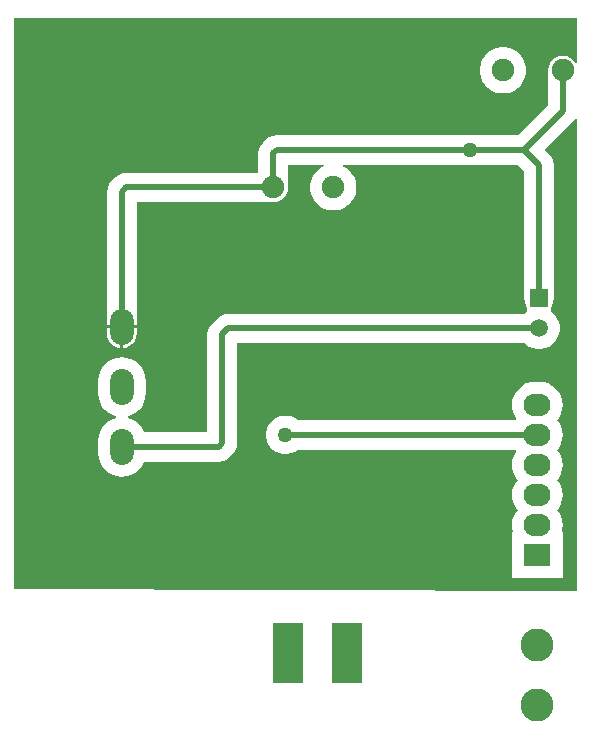
<source format=gbl>
G04*
G04 #@! TF.GenerationSoftware,Altium Limited,Altium Designer,21.0.9 (235)*
G04*
G04 Layer_Physical_Order=2*
G04 Layer_Color=16711680*
%FSTAX24Y24*%
%MOIN*%
G70*
G04*
G04 #@! TF.SameCoordinates,45A28FA0-0FE0-41DF-BFDA-37982D4B71EE*
G04*
G04*
G04 #@! TF.FilePolarity,Positive*
G04*
G01*
G75*
%ADD32C,0.0197*%
%ADD33R,0.1000X0.2000*%
%ADD34C,0.0750*%
%ADD35C,0.1100*%
%ADD36C,0.0591*%
%ADD37R,0.0591X0.0591*%
%ADD38O,0.0900X0.0750*%
%ADD39R,0.0900X0.0750*%
%ADD40O,0.0787X0.1200*%
%ADD41C,0.0500*%
G36*
X049528Y042619D02*
X049482Y0426D01*
X049478Y0426D01*
X049401Y042701D01*
X049298Y04278D01*
X049178Y042829D01*
X04905Y042846D01*
X048922Y042829D01*
X048802Y04278D01*
X048699Y042701D01*
X04862Y042598D01*
X048571Y042478D01*
X048554Y04235D01*
Y041206D01*
X047544Y040196D01*
X039515D01*
X039387Y040179D01*
X039267Y04013D01*
X039164Y040051D01*
X039049Y039936D01*
X03897Y039833D01*
X038921Y039713D01*
X038904Y039585D01*
Y038946D01*
X0345D01*
X034372Y038929D01*
X034252Y03888D01*
X034149Y038801D01*
X033999Y038651D01*
X03392Y038548D01*
X033871Y038428D01*
X033854Y0383D01*
Y034018D01*
X033852Y034006D01*
Y03385D01*
X03435D01*
X034848D01*
Y034006D01*
X034846Y034018D01*
Y037954D01*
X0394D01*
X039528Y037971D01*
X039648Y03802D01*
X039751Y038099D01*
X03983Y038202D01*
X039879Y038322D01*
X039896Y03845D01*
Y039204D01*
X04108D01*
X04109Y039154D01*
X041036Y039131D01*
X04091Y039047D01*
X040803Y03894D01*
X040719Y038814D01*
X040661Y038674D01*
X040631Y038526D01*
Y038374D01*
X040661Y038226D01*
X040719Y038086D01*
X040803Y03796D01*
X04091Y037853D01*
X041036Y037769D01*
X041176Y037711D01*
X041324Y037681D01*
X041476D01*
X041624Y037711D01*
X041764Y037769D01*
X04189Y037853D01*
X041997Y03796D01*
X042081Y038086D01*
X042139Y038226D01*
X042169Y038374D01*
Y038526D01*
X042139Y038674D01*
X042081Y038814D01*
X041997Y03894D01*
X04189Y039047D01*
X041764Y039131D01*
X04171Y039154D01*
X04172Y039204D01*
X047544D01*
X047754Y038994D01*
Y03475D01*
X047771Y034622D01*
X04782Y034502D01*
X047855Y034457D01*
Y034355D01*
X047855Y034355D01*
X047855D01*
X047844Y034307D01*
X047811Y034285D01*
X047772Y034246D01*
X0379D01*
X0379Y034246D01*
X037772Y034229D01*
X037652Y03418D01*
X037549Y034101D01*
X037349Y033901D01*
X03727Y033798D01*
X037221Y033678D01*
X037204Y03355D01*
Y030296D01*
X035085D01*
X035081Y030309D01*
X035008Y030446D01*
X034909Y030566D01*
X03479Y030664D01*
X034653Y030737D01*
X034549Y030769D01*
Y030821D01*
X034653Y030853D01*
X03479Y030926D01*
X034909Y031024D01*
X035008Y031144D01*
X035081Y031281D01*
X035126Y031429D01*
X035141Y031584D01*
Y031996D01*
X035126Y032151D01*
X035081Y032299D01*
X035008Y032436D01*
X034909Y032556D01*
X03479Y032654D01*
X034653Y032727D01*
X034504Y032772D01*
X03435Y032788D01*
X034196Y032772D01*
X034047Y032727D01*
X03391Y032654D01*
X033791Y032556D01*
X033692Y032436D01*
X033619Y032299D01*
X033574Y032151D01*
X033559Y031996D01*
Y031584D01*
X033574Y031429D01*
X033619Y031281D01*
X033692Y031144D01*
X033791Y031024D01*
X03391Y030926D01*
X034047Y030853D01*
X034151Y030821D01*
Y030769D01*
X034047Y030737D01*
X03391Y030664D01*
X033791Y030566D01*
X033692Y030446D01*
X033619Y030309D01*
X033574Y030161D01*
X033559Y030006D01*
Y029594D01*
X033574Y029439D01*
X033619Y029291D01*
X033692Y029154D01*
X033791Y029034D01*
X03391Y028936D01*
X034047Y028863D01*
X034196Y028818D01*
X03435Y028802D01*
X034504Y028818D01*
X034653Y028863D01*
X03479Y028936D01*
X034909Y029034D01*
X035008Y029154D01*
X035081Y029291D01*
X035085Y029304D01*
X037585D01*
X037713Y029321D01*
X037833Y02937D01*
X037936Y029449D01*
X038051Y029564D01*
X03813Y029667D01*
X038179Y029787D01*
X038196Y029915D01*
Y033254D01*
X047772D01*
X047811Y033215D01*
X047924Y033139D01*
X048049Y033087D01*
X048182Y033061D01*
X048318D01*
X048451Y033087D01*
X048576Y033139D01*
X048689Y033215D01*
X048785Y033311D01*
X048861Y033424D01*
X048913Y033549D01*
X048939Y033682D01*
Y033818D01*
X048913Y033951D01*
X048861Y034076D01*
X048785Y034189D01*
X048689Y034285D01*
X048657Y034307D01*
X048645Y034355D01*
X048645D01*
X048645Y034355D01*
Y034457D01*
X04868Y034502D01*
X048729Y034622D01*
X048746Y03475D01*
Y0392D01*
X048746Y0392D01*
X048729Y039328D01*
X04868Y039448D01*
X048601Y039551D01*
X048452Y0397D01*
X049401Y040649D01*
X049401Y040649D01*
X049478Y04075D01*
X049482Y04075D01*
X049528Y040731D01*
X049528Y025037D01*
X049493Y025001D01*
X04015Y025025D01*
X0308Y02505D01*
X030757D01*
Y044102D01*
X049528D01*
Y042619D01*
D02*
G37*
%LPC*%
G36*
X047126Y043119D02*
X046974D01*
X046826Y043089D01*
X046686Y043031D01*
X04656Y042947D01*
X046453Y04284D01*
X046369Y042714D01*
X046311Y042574D01*
X046281Y042426D01*
Y042274D01*
X046311Y042126D01*
X046369Y041986D01*
X046453Y04186D01*
X04656Y041753D01*
X046686Y041669D01*
X046826Y041611D01*
X046974Y041581D01*
X047126D01*
X047274Y041611D01*
X047414Y041669D01*
X04754Y041753D01*
X047647Y04186D01*
X047731Y041986D01*
X047789Y042126D01*
X047819Y042274D01*
Y042426D01*
X047789Y042574D01*
X047731Y042714D01*
X047647Y04284D01*
X04754Y042947D01*
X047414Y043031D01*
X047274Y043089D01*
X047126Y043119D01*
D02*
G37*
G36*
X034848Y03375D02*
X0344D01*
Y033102D01*
X034479Y033113D01*
X034599Y033162D01*
X034702Y033242D01*
X034781Y033345D01*
X034831Y033465D01*
X034848Y033594D01*
Y03375D01*
D02*
G37*
G36*
X0343D02*
X033852D01*
Y033594D01*
X033869Y033465D01*
X033919Y033345D01*
X033998Y033242D01*
X034101Y033162D01*
X034221Y033113D01*
X0343Y033102D01*
Y03375D01*
D02*
G37*
G36*
X048275Y031972D02*
X048125D01*
X047974Y031958D01*
X047829Y031914D01*
X047696Y031842D01*
X047579Y031746D01*
X047483Y031629D01*
X047411Y031496D01*
X047367Y031351D01*
X047353Y0312D01*
X047367Y031049D01*
X047411Y030904D01*
X047483Y030771D01*
X047503Y030746D01*
X047479Y030696D01*
X040214D01*
X04021Y0307D01*
X040105Y03077D01*
X039988Y030819D01*
X039863Y030844D01*
X039737D01*
X039612Y030819D01*
X039495Y03077D01*
X03939Y0307D01*
X0393Y03061D01*
X03923Y030505D01*
X039181Y030388D01*
X039156Y030263D01*
Y030137D01*
X039181Y030012D01*
X03923Y029895D01*
X0393Y02979D01*
X03939Y0297D01*
X039495Y02963D01*
X039612Y029581D01*
X039737Y029556D01*
X039863D01*
X039988Y029581D01*
X040105Y02963D01*
X04021Y0297D01*
X040214Y029704D01*
X047479D01*
X047503Y029654D01*
X047483Y029629D01*
X047411Y029496D01*
X047367Y029351D01*
X047353Y0292D01*
X047367Y029049D01*
X047411Y028904D01*
X047483Y028771D01*
X047541Y0287D01*
X047483Y028629D01*
X047411Y028496D01*
X047367Y028351D01*
X047353Y0282D01*
X047367Y028049D01*
X047411Y027904D01*
X047483Y027771D01*
X047541Y0277D01*
X047483Y027629D01*
X047411Y027496D01*
X047367Y027351D01*
X047353Y0272D01*
X047367Y027049D01*
X047382Y027003D01*
X047356Y026969D01*
X047356D01*
Y025431D01*
X049044D01*
Y026969D01*
X049044D01*
X049018Y027003D01*
X049033Y027049D01*
X049047Y0272D01*
X049033Y027351D01*
X048989Y027496D01*
X048917Y027629D01*
X048859Y0277D01*
X048917Y027771D01*
X048989Y027904D01*
X049033Y028049D01*
X049047Y0282D01*
X049033Y028351D01*
X048989Y028496D01*
X048917Y028629D01*
X048859Y0287D01*
X048917Y028771D01*
X048989Y028904D01*
X049033Y029049D01*
X049047Y0292D01*
X049033Y029351D01*
X048989Y029496D01*
X048917Y029629D01*
X048859Y0297D01*
X048917Y029771D01*
X048989Y029904D01*
X049033Y030049D01*
X049047Y0302D01*
X049033Y030351D01*
X048989Y030496D01*
X048917Y030629D01*
X048859Y0307D01*
X048917Y030771D01*
X048989Y030904D01*
X049033Y031049D01*
X049047Y0312D01*
X049033Y031351D01*
X048989Y031496D01*
X048917Y031629D01*
X048821Y031746D01*
X048704Y031842D01*
X048571Y031914D01*
X048426Y031958D01*
X048275Y031972D01*
D02*
G37*
%LPD*%
D32*
X04825Y03475D02*
Y0392D01*
X04775Y0397D02*
X04825Y0392D01*
X04905Y041D02*
Y04235D01*
X04775Y0397D02*
X04905Y041D01*
X04595Y0397D02*
X04775D01*
X039515D02*
X04595D01*
X0394Y039585D02*
X039515Y0397D01*
X0377Y03355D02*
X0379Y03375D01*
X04825D01*
X037585Y0298D02*
X0377Y029915D01*
Y03355D01*
X03435Y0298D02*
X037585D01*
X03435Y0383D02*
X0345Y03845D01*
X03435Y0338D02*
Y0383D01*
X0345Y03845D02*
X0394D01*
Y039585D01*
X0398Y0302D02*
X0482D01*
D33*
X04185Y022934D02*
D03*
X039881D02*
D03*
D34*
X04705Y04235D02*
D03*
X04905D02*
D03*
X0394Y03845D02*
D03*
X0414D02*
D03*
D35*
X0482Y0212D02*
D03*
Y0232D02*
D03*
D36*
X04825Y03375D02*
D03*
D37*
Y03475D02*
D03*
D38*
X0482Y0312D02*
D03*
Y0292D02*
D03*
Y0282D02*
D03*
Y0272D02*
D03*
Y0302D02*
D03*
D39*
Y0262D02*
D03*
D40*
X03435Y0338D02*
D03*
Y03179D02*
D03*
Y0298D02*
D03*
D41*
X04595Y0397D02*
D03*
X0398Y0302D02*
D03*
M02*

</source>
